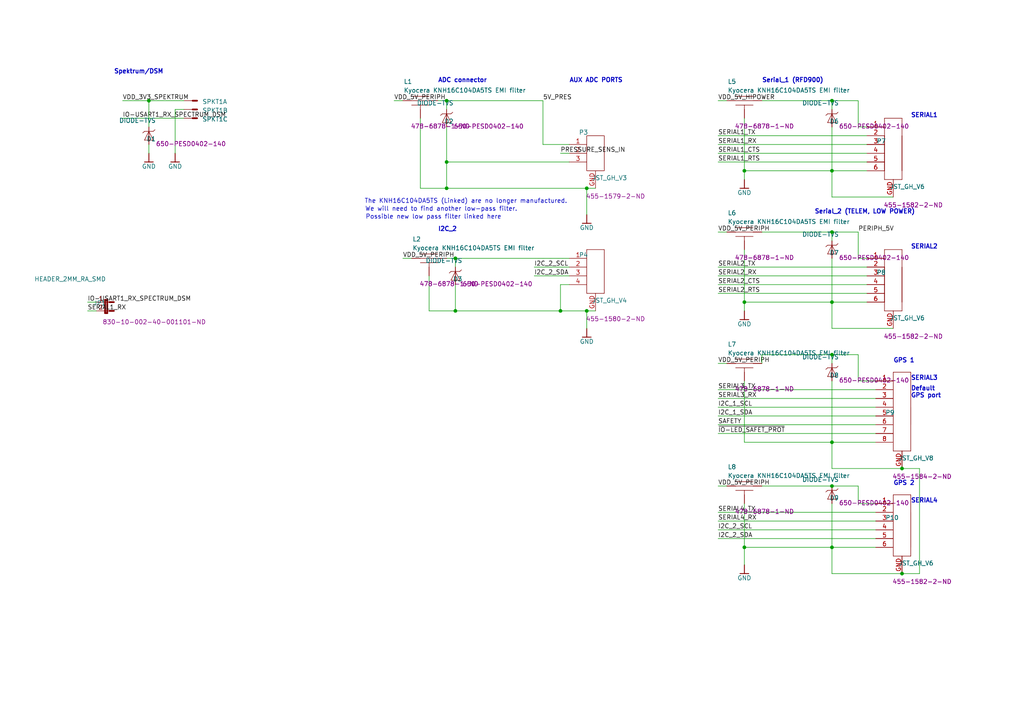
<source format=kicad_sch>
(kicad_sch (version 20250114) (generator "eeschema") (generator_version "9.0")
  (paper "A4")
  (lib_symbols
    (symbol "CB_REV_C:root_0_CONN_SPEKTRUM_RX-TH_CB_REV_C.SCHLIB" (pin_numbers (hide yes)) (pin_names (hide yes))
      (symbol "root_0_CONN_SPEKTRUM_RX-TH_CB_REV_C.SCHLIB_1_0"
        (polyline (pts (xy 0 0) (xy 1.27 0)) (stroke (width 0.508) (color 128 0 0 1)))
        (pin passive line (at -2.54 0 0) (length 2.54) (name "S") (number "3"))
      )
      (symbol "root_0_CONN_SPEKTRUM_RX-TH_CB_REV_C.SCHLIB_2_0"
        (polyline (pts (xy 0 0) (xy 1.27 0)) (stroke (width 0.508) (color 128 0 0 1)))
        (pin passive line (at -2.54 0 0) (length 2.54) (name "S") (number "2"))
      )
      (symbol "root_0_CONN_SPEKTRUM_RX-TH_CB_REV_C.SCHLIB_3_0"
        (polyline (pts (xy 0 0) (xy 1.27 0)) (stroke (width 0.508) (color 128 0 0 1)))
        (pin passive line (at -2.54 0 0) (length 2.54) (name "S") (number "1"))
      )
    )
    (symbol "CB_REV_C:root_0_JST_GH_V3_CB_REV_C.SCHLIB" (pin_names (hide yes))
      (symbol "root_0_JST_GH_V3_CB_REV_C.SCHLIB_1_0"
        (polyline (pts (xy -2.54 7.62) (xy -2.54 -2.54)) (stroke (width 0) (color 128 0 0 1)))
        (polyline (pts (xy -2.54 -2.54) (xy 2.54 -2.54)) (stroke (width 0) (color 128 0 0 1)))
        (polyline (pts (xy 2.54 7.62) (xy -2.54 7.62)) (stroke (width 0) (color 128 0 0 1)))
        (polyline (pts (xy 2.54 -2.54) (xy 2.54 7.62)) (stroke (width 0) (color 128 0 0 1)))
        (pin passive line (at -7.62 5.08 0) (length 5.08) (name "1") (number "1"))
        (pin passive line (at -7.62 2.54 0) (length 5.08) (name "2") (number "2"))
        (pin passive line (at -7.62 0 0) (length 5.08) (name "3") (number "3"))
        (pin passive line (at 0 -7.62 90) (length 5.08) (name "GND") (number "GND"))
      )
    )
    (symbol "CB_REV_C:root_0_JST_GH_V4_CB_REV_C.SCHLIB" (pin_names (hide yes))
      (symbol "root_0_JST_GH_V4_CB_REV_C.SCHLIB_1_0"
        (polyline (pts (xy -2.54 10.16) (xy -2.54 -2.54)) (stroke (width 0) (color 128 0 0 1)))
        (polyline (pts (xy -2.54 -2.54) (xy 2.54 -2.54)) (stroke (width 0) (color 128 0 0 1)))
        (polyline (pts (xy 2.54 10.16) (xy -2.54 10.16)) (stroke (width 0) (color 128 0 0 1)))
        (polyline (pts (xy 2.54 -2.54) (xy 2.54 10.16)) (stroke (width 0) (color 128 0 0 1)))
        (pin passive line (at -7.62 7.62 0) (length 5.08) (name "1") (number "1"))
        (pin passive line (at -7.62 5.08 0) (length 5.08) (name "2") (number "2"))
        (pin passive line (at -7.62 2.54 0) (length 5.08) (name "3") (number "3"))
        (pin passive line (at -7.62 0 0) (length 5.08) (name "4") (number "4"))
        (pin passive line (at 0 -7.62 90) (length 5.08) (name "GND") (number "GND"))
      )
    )
    (symbol "CB_REV_C:root_0_JST_GH_V6_CB_REV_C.SCHLIB" (pin_names (hide yes))
      (symbol "root_0_JST_GH_V6_CB_REV_C.SCHLIB_1_0"
        (polyline (pts (xy -2.54 15.24) (xy -2.54 0)) (stroke (width 0) (color 128 0 0 1)))
        (polyline (pts (xy -2.54 10.16) (xy -2.54 -2.54)) (stroke (width 0) (color 128 0 0 1)))
        (polyline (pts (xy -2.54 -2.54) (xy 2.54 -2.54)) (stroke (width 0) (color 128 0 0 1)))
        (polyline (pts (xy 2.54 15.24) (xy -2.54 15.24)) (stroke (width 0) (color 128 0 0 1)))
        (polyline (pts (xy 2.54 0) (xy 2.54 15.24)) (stroke (width 0) (color 128 0 0 1)))
        (polyline (pts (xy 2.54 -2.54) (xy 2.54 10.16)) (stroke (width 0) (color 128 0 0 1)))
        (pin passive line (at -7.62 12.7 0) (length 5.08) (name "1") (number "1"))
        (pin passive line (at -7.62 10.16 0) (length 5.08) (name "2") (number "2"))
        (pin passive line (at -7.62 7.62 0) (length 5.08) (name "3") (number "3"))
        (pin passive line (at -7.62 5.08 0) (length 5.08) (name "4") (number "4"))
        (pin passive line (at -7.62 2.54 0) (length 5.08) (name "5") (number "5"))
        (pin passive line (at -7.62 0 0) (length 5.08) (name "6") (number "6"))
        (pin passive line (at 0 -7.62 90) (length 5.08) (name "GND") (number "GND"))
      )
    )
    (symbol "CB_REV_C:root_0_JST_GH_V8_CB_REV_C.SCHLIB" (pin_names (hide yes))
      (symbol "root_0_JST_GH_V8_CB_REV_C.SCHLIB_1_0"
        (polyline (pts (xy -2.54 20.32) (xy -2.54 5.08)) (stroke (width 0) (color 128 0 0 1)))
        (polyline (pts (xy -2.54 10.16) (xy -2.54 -2.54)) (stroke (width 0) (color 128 0 0 1)))
        (polyline (pts (xy -2.54 -2.54) (xy 2.54 -2.54)) (stroke (width 0) (color 128 0 0 1)))
        (polyline (pts (xy 2.54 20.32) (xy -2.54 20.32)) (stroke (width 0) (color 128 0 0 1)))
        (polyline (pts (xy 2.54 5.08) (xy 2.54 20.32)) (stroke (width 0) (color 128 0 0 1)))
        (polyline (pts (xy 2.54 -2.54) (xy 2.54 10.16)) (stroke (width 0) (color 128 0 0 1)))
        (pin passive line (at -7.62 17.78 0) (length 5.08) (name "1") (number "1"))
        (pin passive line (at -7.62 15.24 0) (length 5.08) (name "2") (number "2"))
        (pin passive line (at -7.62 12.7 0) (length 5.08) (name "3") (number "3"))
        (pin passive line (at -7.62 10.16 0) (length 5.08) (name "4") (number "4"))
        (pin passive line (at -7.62 7.62 0) (length 5.08) (name "5") (number "5"))
        (pin passive line (at -7.62 5.08 0) (length 5.08) (name "6") (number "6"))
        (pin passive line (at -7.62 2.54 0) (length 5.08) (name "7") (number "7"))
        (pin passive line (at -7.62 0 0) (length 5.08) (name "8") (number "8"))
        (pin passive line (at 0 -7.62 90) (length 5.08) (name "GND") (number "GND"))
      )
    )
    (symbol "CB_REV_C:root_0_KNH16C104DA5TS_CB_REV_C.SCHLIB" (pin_numbers (hide yes)) (pin_names (hide yes))
      (symbol "root_0_KNH16C104DA5TS_CB_REV_C.SCHLIB_1_0"
        (polyline (pts (xy 0 -1.27) (xy -2.54 -1.27)) (stroke (width 0) (color 128 0 0 1)))
        (polyline (pts (xy 0 -1.27) (xy 0 -2.54)) (stroke (width 0) (color 128 0 0 1)))
        (polyline (pts (xy 2.54 1.27) (xy -2.54 1.27)) (stroke (width 0) (color 128 0 0 1)))
        (polyline (pts (xy 2.54 0) (xy -2.54 0)) (stroke (width 0) (color 128 0 0 1)))
        (polyline (pts (xy 2.54 -1.27) (xy 0 -1.27)) (stroke (width 0) (color 128 0 0 1)))
        (pin passive line (at -5.08 0 0) (length 2.54) (name "P$1") (number "P$1"))
        (pin passive line (at 0 -5.08 90) (length 2.54) (name "GND") (number "GND"))
        (pin passive line (at 5.08 0 180) (length 2.54) (name "P$2") (number "P$2"))
      )
    )
    (symbol "CB_REV_C:root_1_DIODE-TVS_CB_REV_C.SCHLIB" (pin_numbers (hide yes)) (pin_names (hide yes))
      (symbol "root_1_DIODE-TVS_CB_REV_C.SCHLIB_1_0"
        (polyline (pts (xy -1.27 1.27) (xy -1.778 0.813)) (stroke (width 0) (color 128 0 0 1)))
        (polyline (pts (xy -1.27 -1.27) (xy 0 1.27)) (stroke (width 0) (color 128 0 0 1)))
        (polyline (pts (xy 0 1.27) (xy -1.27 1.27)) (stroke (width 0) (color 128 0 0 1)))
        (polyline (pts (xy 0 1.27) (xy 1.27 -1.27)) (stroke (width 0) (color 128 0 0 1)))
        (polyline (pts (xy 1.27 1.27) (xy 0 1.27)) (stroke (width 0) (color 128 0 0 1)))
        (polyline (pts (xy 1.27 -1.27) (xy -1.27 -1.27)) (stroke (width 0) (color 128 0 0 1)))
        (polyline (pts (xy 1.77 1.753) (xy 1.27 1.27)) (stroke (width 0) (color 128 0 0 1)))
        (pin passive line (at 0 2.54 270) (length 2.54) (name "C") (number "C"))
        (pin passive line (at 0 -2.54 90) (length 2.54) (name "A") (number "A"))
      )
    )
    (symbol "CB_REV_C:root_3_HEADER_2MM_RA_SMD_CB_REV_C.SCHLIB" (pin_names (hide yes))
      (symbol "root_3_HEADER_2MM_RA_SMD_CB_REV_C.SCHLIB_1_0"
        (polyline (pts (xy 0 0.635) (xy 0.635 0.635)) (stroke (width 0.508) (color 128 0 0 1)))
        (polyline (pts (xy 0 -2.54) (xy 0 0.635)) (stroke (width 0.508) (color 128 0 0 1)))
        (polyline (pts (xy 0 -3.175) (xy 0 -2.54)) (stroke (width 0.508) (color 128 0 0 1)))
        (polyline (pts (xy 0.635 0.635) (xy 0.635 -3.175)) (stroke (width 0.508) (color 128 0 0 1)))
        (polyline (pts (xy 0.635 -3.175) (xy 0 -3.175)) (stroke (width 0.508) (color 128 0 0 1)))
        (polyline (pts (xy 1.27 0) (xy 0 0)) (stroke (width 0) (color 128 0 0 1)))
        (polyline (pts (xy 1.27 0) (xy 2.54 0)) (stroke (width 0.508) (color 128 0 0 1)))
        (polyline (pts (xy 1.27 -2.54) (xy 0 -2.54)) (stroke (width 0) (color 128 0 0 1)))
        (polyline (pts (xy 1.27 -2.54) (xy 2.54 -2.54)) (stroke (width 0.508) (color 128 0 0 1)))
        (pin passive line (at -2.54 0 0) (length 2.54) (name "1") (number "1"))
        (pin passive line (at -2.54 -2.54 0) (length 2.54) (name "2") (number "2"))
      )
    )
    (symbol "TransferProject-altium-import:GND_BAR" (power)
      (property "Value" "GND" (at 0 -3.81 0))
      (symbol "GND_BAR_0_0"
        (polyline (pts (xy -1.27 -2.54) (xy 1.27 -2.54)) (stroke (width 0.254)))
        (polyline (pts (xy 0 0) (xy 0 -2.54)) (stroke (width 0.254)))
        (pin power_in line (at 0 0 0) (length 0) (hide yes) (name "GND") (number ""))
      )
    )
  )
  (text "I2C_2" (at 127 67.31 0) (effects (font (size 1.27 1.27) (thickness 0.254) (bold yes)) (justify left bottom)))
  (text "GPS 1" (at 259.08 105.41 0) (effects (font (size 1.27 1.27) (thickness 0.254) (bold yes)) (justify left bottom)))
  (text "Serial_2 (TELEM, LOW POWER)" (at 236.22 62.23 0) (effects (font (size 1.27 1.27) (thickness 0.254) (bold yes)) (justify left bottom)))
  (text "Possible new low pass filter linked here" (at 125.73 62.992 0) (effects (font (size 1.27 1.27))))
  (text "ADC connector" (at 127 24.13 0) (effects (font (size 1.27 1.27) (thickness 0.254) (bold yes)) (justify left bottom)))
  (text "Default \nGPS port" (at 264.16 115.57 0) (effects (font (size 1.27 1.27) (thickness 0.254) (bold yes)) (justify left bottom)))
  (text "SERIAL1" (at 264.16 34.29 0) (effects (font (size 1.27 1.27) (thickness 0.254) (bold yes)) (justify left bottom)))
  (text "Spektrum/DSM" (at 33.02 21.59 0) (effects (font (size 1.27 1.27) (thickness 0.254) (bold yes)) (justify left bottom)))
  (text "GPS 2" (at 259.08 140.97 0) (effects (font (size 1.27 1.27) (thickness 0.254) (bold yes)) (justify left bottom)))
  (text "SERIAL2" (at 264.16 72.39 0) (effects (font (size 1.27 1.27) (thickness 0.254) (bold yes)) (justify left bottom)))
  (text "Serial_1 (RFD900)" (at 220.98 24.13 0) (effects (font (size 1.27 1.27) (thickness 0.254) (bold yes)) (justify left bottom)))
  (text "AUX ADC PORTS" (at 165.1 24.13 0) (effects (font (size 1.27 1.27) (thickness 0.254) (bold yes)) (justify left bottom)))
  (text "SERIAL4" (at 264.16 146.05 0) (effects (font (size 1.27 1.27) (thickness 0.254) (bold yes)) (justify left bottom)))
  (text "SERIAL3" (at 264.16 110.49 0) (effects (font (size 1.27 1.27) (thickness 0.254) (bold yes)) (justify left bottom)))
  (text "The KNH16C104DA5TS (Linked) are no longer manufactured." (at 135.128 58.42 0) (effects (font (size 1.27 1.27))))
  (text " We will need to find another low-pass filter." (at 127.508 60.706 0) (effects (font (size 1.27 1.27))))
  (junction (at 241.3 102.87))
  (junction (at 261.62 135.89))
  (junction (at 132.08 90.17))
  (junction (at 241.3 29.21))
  (junction (at 241.3 158.75))
  (junction (at 132.08 74.93))
  (junction (at 215.9 87.63))
  (junction (at 170.18 90.17))
  (junction (at 162.56 90.17))
  (junction (at 241.3 87.63))
  (junction (at 170.18 54.61))
  (junction (at 215.9 49.53))
  (junction (at 129.54 46.99))
  (junction (at 241.3 49.53))
  (junction (at 215.9 158.75))
  (junction (at 129.54 54.61))
  (junction (at 261.62 166.37))
  (junction (at 241.3 128.27))
  (junction (at 241.3 140.97))
  (junction (at 43.18 29.21))
  (junction (at 241.3 67.31))
  (junction (at 129.54 29.21))
  (wire (pts (xy 132.08 90.17) (xy 132.08 82.55)))
  (wire (pts (xy 241.3 31.75) (xy 241.3 29.21)))
  (wire (pts (xy 241.3 49.53) (xy 241.3 57.15)))
  (wire (pts (xy 170.18 62.23) (xy 170.18 54.61)))
  (wire (pts (xy 241.3 166.37) (xy 261.62 166.37)))
  (wire (pts (xy 172.72 90.17) (xy 170.18 90.17)))
  (wire (pts (xy 248.92 74.93) (xy 248.92 67.31)))
  (wire (pts (xy 241.3 128.27) (xy 254 128.27)))
  (wire (pts (xy 220.98 29.21) (xy 241.3 29.21)))
  (wire (pts (xy 241.3 140.97) (xy 248.92 140.97)))
  (wire (pts (xy 157.48 41.91) (xy 165.1 41.91)))
  (wire (pts (xy 129.54 54.61) (xy 170.18 54.61)))
  (wire (pts (xy 162.56 90.17) (xy 170.18 90.17)))
  (wire (pts (xy 215.9 87.63) (xy 241.3 87.63)))
  (wire (pts (xy 215.9 128.27) (xy 215.9 110.49)))
  (wire (pts (xy 129.54 54.61) (xy 121.92 54.61)))
  (wire (pts (xy 241.3 49.53) (xy 251.46 49.53)))
  (wire (pts (xy 208.28 153.67) (xy 254 153.67)))
  (wire (pts (xy 50.8 44.45) (xy 50.8 31.75)))
  (wire (pts (xy 215.9 49.53) (xy 241.3 49.53)))
  (wire (pts (xy 129.54 54.61) (xy 129.54 46.99)))
  (wire (pts (xy 208.28 105.41) (xy 210.82 105.41)))
  (wire (pts (xy 157.48 41.91) (xy 157.48 29.21)))
  (wire (pts (xy 208.28 80.01) (xy 251.46 80.01)))
  (wire (pts (xy 220.98 105.41) (xy 220.98 102.87)))
  (wire (pts (xy 129.54 46.99) (xy 165.1 46.99)))
  (wire (pts (xy 162.56 82.55) (xy 162.56 90.17)))
  (wire (pts (xy 208.28 120.65) (xy 254 120.65)))
  (wire (pts (xy 248.92 74.93) (xy 251.46 74.93)))
  (wire (pts (xy 124.46 80.01) (xy 124.46 90.17)))
  (wire (pts (xy 215.9 128.27) (xy 241.3 128.27)))
  (wire (pts (xy 132.08 77.47) (xy 132.08 74.93)))
  (wire (pts (xy 208.28 44.45) (xy 251.46 44.45)))
  (wire (pts (xy 129.54 29.21) (xy 157.48 29.21)))
  (wire (pts (xy 121.92 54.61) (xy 121.92 34.29)))
  (wire (pts (xy 35.56 34.29) (xy 53.34 34.29)))
  (wire (pts (xy 162.56 44.45) (xy 165.1 44.45)))
  (wire (pts (xy 241.3 128.27) (xy 241.3 110.49)))
  (wire (pts (xy 208.28 148.59) (xy 254 148.59)))
  (wire (pts (xy 116.84 74.93) (xy 119.38 74.93)))
  (wire (pts (xy 208.28 29.21) (xy 210.82 29.21)))
  (wire (pts (xy 220.98 102.87) (xy 241.3 102.87)))
  (wire (pts (xy 43.18 36.83) (xy 43.18 29.21)))
  (wire (pts (xy 208.28 151.13) (xy 254 151.13)))
  (wire (pts (xy 261.62 135.89) (xy 266.7 135.89)))
  (wire (pts (xy 170.18 54.61) (xy 172.72 54.61)))
  (wire (pts (xy 154.94 77.47) (xy 165.1 77.47)))
  (wire (pts (xy 129.54 31.75) (xy 129.54 29.21)))
  (wire (pts (xy 154.94 80.01) (xy 165.1 80.01)))
  (wire (pts (xy 25.4 87.63) (xy 27.94 87.63)))
  (wire (pts (xy 215.9 163.83) (xy 215.9 158.75)))
  (wire (pts (xy 208.28 85.09) (xy 251.46 85.09)))
  (wire (pts (xy 114.3 29.21) (xy 116.84 29.21)))
  (wire (pts (xy 50.8 31.75) (xy 53.34 31.75)))
  (wire (pts (xy 241.3 87.63) (xy 251.46 87.63)))
  (wire (pts (xy 261.62 166.37) (xy 266.7 166.37)))
  (wire (pts (xy 208.28 123.19) (xy 254 123.19)))
  (wire (pts (xy 241.3 57.15) (xy 259.08 57.15)))
  (wire (pts (xy 129.54 74.93) (xy 132.08 74.93)))
  (wire (pts (xy 132.08 90.17) (xy 162.56 90.17)))
  (wire (pts (xy 241.3 49.53) (xy 241.3 36.83)))
  (wire (pts (xy 241.3 87.63) (xy 241.3 74.93)))
  (wire (pts (xy 215.9 49.53) (xy 215.9 34.29)))
  (wire (pts (xy 25.4 90.17) (xy 27.94 90.17)))
  (wire (pts (xy 129.54 46.99) (xy 129.54 36.83)))
  (wire (pts (xy 127 29.21) (xy 129.54 29.21)))
  (wire (pts (xy 241.3 95.25) (xy 259.08 95.25)))
  (wire (pts (xy 208.28 156.21) (xy 254 156.21)))
  (wire (pts (xy 215.9 90.17) (xy 215.9 87.63)))
  (wire (pts (xy 162.56 82.55) (xy 165.1 82.55)))
  (wire (pts (xy 241.3 69.85) (xy 241.3 67.31)))
  (wire (pts (xy 241.3 135.89) (xy 261.62 135.89)))
  (wire (pts (xy 208.28 67.31) (xy 210.82 67.31)))
  (wire (pts (xy 215.9 158.75) (xy 241.3 158.75)))
  (wire (pts (xy 241.3 166.37) (xy 241.3 158.75)))
  (wire (pts (xy 170.18 90.17) (xy 170.18 95.25)))
  (wire (pts (xy 208.28 46.99) (xy 251.46 46.99)))
  (wire (pts (xy 241.3 87.63) (xy 241.3 95.25)))
  (wire (pts (xy 208.28 140.97) (xy 210.82 140.97)))
  (wire (pts (xy 248.92 36.83) (xy 248.92 29.21)))
  (wire (pts (xy 208.28 77.47) (xy 251.46 77.47)))
  (wire (pts (xy 208.28 115.57) (xy 254 115.57)))
  (wire (pts (xy 220.98 140.97) (xy 241.3 140.97)))
  (wire (pts (xy 35.56 29.21) (xy 43.18 29.21)))
  (wire (pts (xy 241.3 29.21) (xy 248.92 29.21)))
  (wire (pts (xy 43.18 29.21) (xy 53.34 29.21)))
  (wire (pts (xy 43.18 44.45) (xy 43.18 41.91)))
  (wire (pts (xy 241.3 67.31) (xy 248.92 67.31)))
  (wire (pts (xy 132.08 74.93) (xy 165.1 74.93)))
  (wire (pts (xy 124.46 90.17) (xy 132.08 90.17)))
  (wire (pts (xy 248.92 36.83) (xy 251.46 36.83)))
  (wire (pts (xy 241.3 158.75) (xy 241.3 146.05)))
  (wire (pts (xy 220.98 67.31) (xy 241.3 67.31)))
  (wire (pts (xy 248.92 146.05) (xy 254 146.05)))
  (wire (pts (xy 241.3 105.41) (xy 241.3 102.87)))
  (wire (pts (xy 208.28 41.91) (xy 251.46 41.91)))
  (wire (pts (xy 208.28 118.11) (xy 254 118.11)))
  (wire (pts (xy 266.7 166.37) (xy 266.7 135.89)))
  (wire (pts (xy 215.9 158.75) (xy 215.9 146.05)))
  (wire (pts (xy 241.3 135.89) (xy 241.3 128.27)))
  (wire (pts (xy 241.3 158.75) (xy 254 158.75)))
  (wire (pts (xy 248.92 110.49) (xy 254 110.49)))
  (wire (pts (xy 215.9 52.07) (xy 215.9 49.53)))
  (wire (pts (xy 241.3 102.87) (xy 248.92 102.87)))
  (wire (pts (xy 208.28 113.03) (xy 254 113.03)))
  (wire (pts (xy 208.28 39.37) (xy 251.46 39.37)))
  (wire (pts (xy 248.92 146.05) (xy 248.92 140.97)))
  (wire (pts (xy 248.92 110.49) (xy 248.92 102.87)))
  (wire (pts (xy 208.28 125.73) (xy 254 125.73)))
  (wire (pts (xy 208.28 82.55) (xy 251.46 82.55)))
  (wire (pts (xy 215.9 87.63) (xy 215.9 72.39)))
  (label "VDD_5V_PERIPH" (at 114.3 29.21 0))
  (label "PERIPH_5V" (at 248.92 67.31 0))
  (label "I2C_2_SCL" (at 208.28 153.67 0))
  (label "SERIAL1_CTS" (at 208.28 44.45 0))
  (label "5V_PRES" (at 157.48 29.21 0))
  (label "SERIAL2_RTS" (at 208.28 85.09 0))
  (label "SERIAL3_RX" (at 208.28 115.57 0))
  (label "I2C_1_SCL" (at 208.28 118.11 0))
  (label "VDD_5V_PERIPH" (at 208.28 140.97 0))
  (label "VDD_5V_PERIPH" (at 208.28 105.41 0))
  (label "SAFETY" (at 208.28 123.19 0))
  (label "VDD_5V_PERIPH" (at 116.84 74.93 0))
  (label "VDD_5V_HIPOWER" (at 208.28 29.21 0))
  (label "~{IO-LED_SAFET_PROT}" (at 208.28 125.73 0))
  (label "PRESSURE_SENS_IN" (at 162.56 44.45 0))
  (label "SERIAL1_RX" (at 25.4 90.17 0))
  (label "IO-USART1_RX_SPECTRUM_DSM" (at 25.4 87.63 0))
  (label "VDD_3V3_SPEKTRUM" (at 35.56 29.21 0))
  (label "SERIAL2_CTS" (at 208.28 82.55 0))
  (label "SERIAL2_RX" (at 208.28 80.01 0))
  (label "I2C_2_SCL" (at 154.94 77.47 0))
  (label "SERIAL2_TX" (at 208.28 77.47 0))
  (label "SERIAL1_RX" (at 208.28 41.91 0))
  (label "VDD_5V_PERIPH" (at 208.28 67.31 0))
  (label "IO-USART1_RX_SPECTRUM_DSM" (at 35.56 34.29 0))
  (label "SERIAL4_RX" (at 208.28 151.13 0))
  (label "I2C_1_SDA" (at 208.28 120.65 0))
  (label "SERIAL3_TX" (at 208.28 113.03 0))
  (label "I2C_2_SDA" (at 208.28 156.21 0))
  (label "SERIAL1_RTS" (at 208.28 46.99 0))
  (label "SERIAL4_TX" (at 208.28 148.59 0))
  (label "I2C_2_SDA" (at 154.94 80.01 0))
  (label "SERIAL1_TX" (at 208.28 39.37 0))
  (symbol (lib_id "CB_REV_C:root_0_KNH16C104DA5TS_CB_REV_C.SCHLIB") (at 121.92 29.21 0) (unit 1)
    (property "Reference" "L1" (at 117.094 24.384 0) (effects (justify left bottom)))
    (property "Value" "Kyocera KNH16C104DA5TS EMI filter" (at 117.094 26.924 0) (effects (justify left bottom)))
    (property "Footprint" "KYOCERA-KNH16-DA" (effects (hide yes)))
    (property "Description" "Capacitor, Filter, 0.1uF, 25V, 2A, 0603, SMD" (effects (hide yes)))
    (property "SUPPLIER 1" "Digi-Key" (effects (hide yes)))
    (property "SUPPLIER PART NUMBER 1" "478-6878-1-ND" (at 119.126 37.338 0) (effects (justify left bottom)))
  )
  (symbol (lib_id "TransferProject-altium-import:GND_BAR") (at 215.9 163.83 0) (unit 1)
    (property "Reference" "#PWR039" (effects (hide yes)))
    (property "Value" "GND" (at 215.9 167.64 0))
  )
  (symbol (lib_id "CB_REV_C:root_0_JST_GH_V4_CB_REV_C.SCHLIB") (at 172.72 82.55 0) (unit 1)
    (property "Reference" "P4" (at 167.894 74.676 0) (effects (justify left bottom)))
    (property "Value" "JST_GH_V4" (at 171.704 87.884 0) (effects (justify left bottom)))
    (property "Footprint" "JST_GH_V4" (effects (hide yes)))
    (property "Description" "BM04B-GHS-TBT" (effects (hide yes)))
    (property "SUPPLIER 1" "Digi-Key" (effects (hide yes)))
    (property "SUPPLIER PART NUMBER 1" "455-1580-2-ND" (at 169.926 93.218 0) (effects (justify left bottom)))
  )
  (symbol (lib_id "CB_REV_C:root_0_KNH16C104DA5TS_CB_REV_C.SCHLIB") (at 215.9 67.31 0) (unit 1)
    (property "Reference" "L6" (at 211.074 62.484 0) (effects (justify left bottom)))
    (property "Value" "Kyocera KNH16C104DA5TS EMI filter" (at 211.074 65.024 0) (effects (justify left bottom)))
    (property "Footprint" "KYOCERA-KNH16-DA" (effects (hide yes)))
    (property "Description" "Capacitor, Filter, 0.1uF, 25V, 2A, 0603, SMD" (effects (hide yes)))
    (property "SUPPLIER 1" "Digi-Key" (effects (hide yes)))
    (property "SUPPLIER PART NUMBER 1" "478-6878-1-ND" (at 213.106 75.438 0) (effects (justify left bottom)))
  )
  (symbol (lib_id "CB_REV_C:root_0_JST_GH_V6_CB_REV_C.SCHLIB") (at 259.08 49.53 0) (unit 1)
    (property "Reference" "P7" (at 254.254 41.656 0) (effects (justify left bottom)))
    (property "Value" "JST_GH_V6" (at 258.064 54.864 0) (effects (justify left bottom)))
    (property "Footprint" "JST_GH_V6" (effects (hide yes)))
    (property "Description" "BM06B-GHS-TBT" (effects (hide yes)))
    (property "SUPPLIER 1" "Digi-Key" (effects (hide yes)))
    (property "SUPPLIER PART NUMBER 1" "455-1582-2-ND" (at 256.286 60.198 0) (effects (justify left bottom)))
  )
  (symbol (lib_id "CB_REV_C:root_0_JST_GH_V3_CB_REV_C.SCHLIB") (at 172.72 46.99 0) (unit 1)
    (property "Reference" "P3" (at 167.894 39.116 0) (effects (justify left bottom)))
    (property "Value" "JST_GH_V3" (at 171.704 52.324 0) (effects (justify left bottom)))
    (property "Footprint" "JST_GH_V3" (effects (hide yes)))
    (property "Description" "BM03B-GHS-TBT" (effects (hide yes)))
    (property "SUPPLIER 1" "Digi-Key" (effects (hide yes)))
    (property "SUPPLIER PART NUMBER 1" "455-1579-2-ND" (at 169.926 57.658 0) (effects (justify left bottom)))
  )
  (symbol (lib_id "TransferProject-altium-import:GND_BAR") (at 50.8 44.45 0) (unit 1)
    (property "Reference" "#PWR030" (effects (hide yes)))
    (property "Value" "GND" (at 50.8 48.26 0))
  )
  (symbol (lib_id "CB_REV_C:root_0_KNH16C104DA5TS_CB_REV_C.SCHLIB") (at 215.9 140.97 0) (unit 1)
    (property "Reference" "L8" (at 211.074 136.144 0) (effects (justify left bottom)))
    (property "Value" "Kyocera KNH16C104DA5TS EMI filter" (at 211.074 138.684 0) (effects (justify left bottom)))
    (property "Footprint" "KYOCERA-KNH16-DA" (effects (hide yes)))
    (property "Description" "Capacitor, Filter, 0.1uF, 25V, 2A, 0603, SMD" (effects (hide yes)))
    (property "SUPPLIER 1" "Digi-Key" (effects (hide yes)))
    (property "SUPPLIER PART NUMBER 1" "478-6878-1-ND" (at 213.106 149.098 0) (effects (justify left bottom)))
  )
  (symbol (lib_id "TransferProject-altium-import:GND_BAR") (at 170.18 62.23 0) (unit 1)
    (property "Reference" "#PWR033" (effects (hide yes)))
    (property "Value" "GND" (at 170.18 66.04 0))
  )
  (symbol (lib_id "CB_REV_C:root_1_DIODE-TVS_CB_REV_C.SCHLIB") (at 241.3 107.95 0) (unit 1)
    (property "Reference" "D8" (at 243.332 109.601 0) (effects (justify right bottom)))
    (property "Value" "DIODE-TVS" (at 243.332 104.267 0) (effects (justify right bottom)))
    (property "Footprint" "0402-TVS" (effects (hide yes)))
    (property "Description" "Diode, TVS, 14VWM, 40VC, 0402, SMD" (effects (hide yes)))
    (property "SUPPLIER 1" "Mouser" (effects (hide yes)))
    (property "SUPPLIER PART NUMBER 1" "650-PESD0402-140" (at 243.324 111.023 0) (effects (justify left bottom)))
  )
  (symbol (lib_id "CB_REV_C:root_1_DIODE-TVS_CB_REV_C.SCHLIB") (at 241.3 143.51 0) (unit 1)
    (property "Reference" "D9" (at 243.332 145.161 0) (effects (justify right bottom)))
    (property "Value" "DIODE-TVS" (at 243.332 139.827 0) (effects (justify right bottom)))
    (property "Footprint" "0402-TVS" (effects (hide yes)))
    (property "Description" "Diode, TVS, 14VWM, 40VC, 0402, SMD" (effects (hide yes)))
    (property "SUPPLIER 1" "Mouser" (effects (hide yes)))
    (property "SUPPLIER PART NUMBER 1" "650-PESD0402-140" (at 243.324 146.583 0) (effects (justify left bottom)))
  )
  (symbol (lib_id "CB_REV_C:root_0_JST_GH_V8_CB_REV_C.SCHLIB") (at 261.62 128.27 0) (unit 1)
    (property "Reference" "P9" (at 256.794 120.396 0) (effects (justify left bottom)))
    (property "Value" "JST_GH_V8" (at 260.604 133.604 0) (effects (justify left bottom)))
    (property "Footprint" "JST_GH_V8" (effects (hide yes)))
    (property "Description" "BM08B-GHS-TBT" (effects (hide yes)))
    (property "SUPPLIER 1" "Digi-Key" (effects (hide yes)))
    (property "SUPPLIER PART NUMBER 1" "455-1584-2-ND" (at 258.826 138.938 0) (effects (justify left bottom)))
  )
  (symbol (lib_id "CB_REV_C:root_1_DIODE-TVS_CB_REV_C.SCHLIB") (at 43.18 39.37 0) (unit 1)
    (property "Reference" "D1" (at 45.212 41.021 0) (effects (justify right bottom)))
    (property "Value" "DIODE-TVS" (at 45.212 35.687 0) (effects (justify right bottom)))
    (property "Footprint" "0402-TVS" (effects (hide yes)))
    (property "Description" "Diode, TVS, 14VWM, 40VC, 0402, SMD" (effects (hide yes)))
    (property "SUPPLIER 1" "Mouser" (effects (hide yes)))
    (property "SUPPLIER PART NUMBER 1" "650-PESD0402-140" (at 45.204 42.443 0) (effects (justify left bottom)))
  )
  (symbol (lib_id "TransferProject-altium-import:GND_BAR") (at 215.9 90.17 0) (unit 1)
    (property "Reference" "#PWR038" (effects (hide yes)))
    (property "Value" "GND" (at 215.9 93.98 0))
  )
  (symbol (lib_id "CB_REV_C:root_0_KNH16C104DA5TS_CB_REV_C.SCHLIB") (at 124.46 74.93 0) (unit 1)
    (property "Reference" "L2" (at 119.634 70.104 0) (effects (justify left bottom)))
    (property "Value" "Kyocera KNH16C104DA5TS EMI filter" (at 119.634 72.644 0) (effects (justify left bottom)))
    (property "Footprint" "KYOCERA-KNH16-DA" (effects (hide yes)))
    (property "Description" "Capacitor, Filter, 0.1uF, 25V, 2A, 0603, SMD" (effects (hide yes)))
    (property "SUPPLIER 1" "Digi-Key" (effects (hide yes)))
    (property "SUPPLIER PART NUMBER 1" "478-6878-1-ND" (at 121.666 83.058 0) (effects (justify left bottom)))
  )
  (symbol (lib_id "CB_REV_C:root_0_CONN_SPEKTRUM_RX-TH_CB_REV_C.SCHLIB") (at 55.88 29.21 0) (unit 1)
    (property "Reference" "SPKT1" (at 58.674 30.226 0) (effects (justify left bottom)))
    (property "Value" "CONN_SPEKTRUM_RX-TH" (effects (hide yes)))
    (property "Footprint" "B3B-ZR" (effects (hide yes)))
    (property "Description" "Spektrum RX connector; JST ZH series S3B-ZR-SM4A-TF" (effects (hide yes)))
    (property "PARTNO" "B3B-ZR(LF)(SN)" (effects (hide yes)))
  )
  (symbol (lib_id "CB_REV_C:root_3_HEADER_2MM_RA_SMD_CB_REV_C.SCHLIB") (at 30.48 87.63 0) (unit 1)
    (property "Reference" "JP1" (at 30.734 88.646 0) (effects (justify right bottom)))
    (property "Value" "HEADER_2MM_RA_SMD" (at 30.734 81.661 0) (effects (justify right bottom)))
    (property "Footprint" "HEADER_2MM_RA_2" (effects (hide yes)))
    (property "Description" "Connector, PCB, 2MM, 2Pos, R/A, SMD, Au" (effects (hide yes)))
    (property "SUPPLIER 1" "Digi-Key" (effects (hide yes)))
    (property "SUPPLIER PART NUMBER 1" "830-10-002-40-001101-ND" (at 29.718 94.107 0) (effects (justify left bottom)))
  )
  (symbol (lib_id "CB_REV_C:root_0_JST_GH_V6_CB_REV_C.SCHLIB") (at 261.62 158.75 0) (unit 1)
    (property "Reference" "P10" (at 256.794 150.876 0) (effects (justify left bottom)))
    (property "Value" "JST_GH_V6" (at 260.604 164.084 0) (effects (justify left bottom)))
    (property "Footprint" "JST_GH_V6" (effects (hide yes)))
    (property "Description" "BM06B-GHS-TBT" (effects (hide yes)))
    (property "SUPPLIER 1" "Digi-Key" (effects (hide yes)))
    (property "SUPPLIER PART NUMBER 1" "455-1582-2-ND" (at 258.826 169.418 0) (effects (justify left bottom)))
  )
  (symbol (lib_id "CB_REV_C:root_1_DIODE-TVS_CB_REV_C.SCHLIB") (at 241.3 72.39 0) (unit 1)
    (property "Reference" "D7" (at 243.332 74.041 0) (effects (justify right bottom)))
    (property "Value" "DIODE-TVS" (at 243.332 68.707 0) (effects (justify right bottom)))
    (property "Footprint" "0402-TVS" (effects (hide yes)))
    (property "Description" "Diode, TVS, 14VWM, 40VC, 0402, SMD" (effects (hide yes)))
    (property "SUPPLIER 1" "Mouser" (effects (hide yes)))
    (property "SUPPLIER PART NUMBER 1" "650-PESD0402-140" (at 243.324 75.463 0) (effects (justify left bottom)))
  )
  (symbol (lib_id "CB_REV_C:root_1_DIODE-TVS_CB_REV_C.SCHLIB") (at 241.3 34.29 0) (unit 1)
    (property "Reference" "D6" (at 243.332 35.941 0) (effects (justify right bottom)))
    (property "Value" "DIODE-TVS" (at 243.332 30.607 0) (effects (justify right bottom)))
    (property "Footprint" "0402-TVS" (effects (hide yes)))
    (property "Description" "Diode, TVS, 14VWM, 40VC, 0402, SMD" (effects (hide yes)))
    (property "SUPPLIER 1" "Mouser" (effects (hide yes)))
    (property "SUPPLIER PART NUMBER 1" "650-PESD0402-140" (at 243.324 37.363 0) (effects (justify left bottom)))
  )
  (symbol (lib_id "CB_REV_C:root_0_KNH16C104DA5TS_CB_REV_C.SCHLIB") (at 215.9 105.41 0) (unit 1)
    (property "Reference" "L7" (at 211.074 100.584 0) (effects (justify left bottom)))
    (property "Value" "Kyocera KNH16C104DA5TS EMI filter" (at 211.074 103.124 0) (effects (justify left bottom)))
    (property "Footprint" "KYOCERA-KNH16-DA" (effects (hide yes)))
    (property "Description" "Capacitor, Filter, 0.1uF, 25V, 2A, 0603, SMD" (effects (hide yes)))
    (property "SUPPLIER 1" "Digi-Key" (effects (hide yes)))
    (property "SUPPLIER PART NUMBER 1" "478-6878-1-ND" (at 213.106 113.538 0) (effects (justify left bottom)))
  )
  (symbol (lib_id "TransferProject-altium-import:GND_BAR") (at 215.9 52.07 0) (unit 1)
    (property "Reference" "#PWR037" (effects (hide yes)))
    (property "Value" "GND" (at 215.9 55.88 0))
  )
  (symbol (lib_id "CB_REV_C:root_0_KNH16C104DA5TS_CB_REV_C.SCHLIB") (at 215.9 29.21 0) (unit 1)
    (property "Reference" "L5" (at 211.074 24.384 0) (effects (justify left bottom)))
    (property "Value" "Kyocera KNH16C104DA5TS EMI filter" (at 211.074 26.924 0) (effects (justify left bottom)))
    (property "Footprint" "KYOCERA-KNH16-DA" (effects (hide yes)))
    (property "Description" "Capacitor, Filter, 0.1uF, 25V, 2A, 0603, SMD" (effects (hide yes)))
    (property "SUPPLIER 1" "Digi-Key" (effects (hide yes)))
    (property "SUPPLIER PART NUMBER 1" "478-6878-1-ND" (at 213.106 37.338 0) (effects (justify left bottom)))
  )
  (symbol (lib_id "CB_REV_C:root_0_JST_GH_V6_CB_REV_C.SCHLIB") (at 259.08 87.63 0) (unit 1)
    (property "Reference" "P8" (at 254.254 79.756 0) (effects (justify left bottom)))
    (property "Value" "JST_GH_V6" (at 258.064 92.964 0) (effects (justify left bottom)))
    (property "Footprint" "JST_GH_V6" (effects (hide yes)))
    (property "Description" "BM06B-GHS-TBT" (effects (hide yes)))
    (property "SUPPLIER 1" "Digi-Key" (effects (hide yes)))
    (property "SUPPLIER PART NUMBER 1" "455-1582-2-ND" (at 256.286 98.298 0) (effects (justify left bottom)))
  )
  (symbol (lib_id "CB_REV_C:root_1_DIODE-TVS_CB_REV_C.SCHLIB") (at 129.54 34.29 0) (unit 1)
    (property "Reference" "D2" (at 131.572 35.941 0) (effects (justify right bottom)))
    (property "Value" "DIODE-TVS" (at 131.572 30.607 0) (effects (justify right bottom)))
    (property "Footprint" "0402-TVS" (effects (hide yes)))
    (property "Description" "Diode, TVS, 14VWM, 40VC, 0402, SMD" (effects (hide yes)))
    (property "SUPPLIER 1" "Mouser" (effects (hide yes)))
    (property "SUPPLIER PART NUMBER 1" "650-PESD0402-140" (at 131.564 37.363 0) (effects (justify left bottom)))
  )
  (symbol (lib_id "CB_REV_C:root_0_CONN_SPEKTRUM_RX-TH_CB_REV_C.SCHLIB") (at 55.88 34.29 0) (unit 3)
    (property "Reference" "SPKT1" (at 58.674 35.306 0) (effects (justify left bottom)))
    (property "Value" "CONN_SPEKTRUM_RX-TH" (effects (hide yes)))
    (property "Footprint" "B3B-ZR" (effects (hide yes)))
    (property "Description" "Spektrum RX connector; JST ZH series S3B-ZR-SM4A-TF" (effects (hide yes)))
    (property "PARTNO" "B3B-ZR(LF)(SN)" (effects (hide yes)))
  )
  (symbol (lib_id "TransferProject-altium-import:GND_BAR") (at 170.18 95.25 0) (unit 1)
    (property "Reference" "#PWR034" (effects (hide yes)))
    (property "Value" "GND" (at 170.18 99.06 0))
  )
  (symbol (lib_id "TransferProject-altium-import:GND_BAR") (at 43.18 44.45 0) (unit 1)
    (property "Reference" "#PWR029" (effects (hide yes)))
    (property "Value" "GND" (at 43.18 48.26 0))
  )
  (symbol (lib_id "CB_REV_C:root_1_DIODE-TVS_CB_REV_C.SCHLIB") (at 132.08 80.01 0) (unit 1)
    (property "Reference" "D3" (at 134.112 81.661 0) (effects (justify right bottom)))
    (property "Value" "DIODE-TVS" (at 134.112 76.327 0) (effects (justify right bottom)))
    (property "Footprint" "0402-TVS" (effects (hide yes)))
    (property "Description" "Diode, TVS, 14VWM, 40VC, 0402, SMD" (effects (hide yes)))
    (property "SUPPLIER 1" "Mouser" (effects (hide yes)))
    (property "SUPPLIER PART NUMBER 1" "650-PESD0402-140" (at 134.104 83.083 0) (effects (justify left bottom)))
  )
  (symbol (lib_id "CB_REV_C:root_0_CONN_SPEKTRUM_RX-TH_CB_REV_C.SCHLIB") (at 55.88 31.75 0) (unit 2)
    (property "Reference" "SPKT1" (at 58.674 32.766 0) (effects (justify left bottom)))
    (property "Value" "CONN_SPEKTRUM_RX-TH" (effects (hide yes)))
    (property "Footprint" "B3B-ZR" (effects (hide yes)))
    (property "Description" "Spektrum RX connector; JST ZH series S3B-ZR-SM4A-TF" (effects (hide yes)))
    (property "PARTNO" "B3B-ZR(LF)(SN)" (effects (hide yes)))
  )
)
</source>
